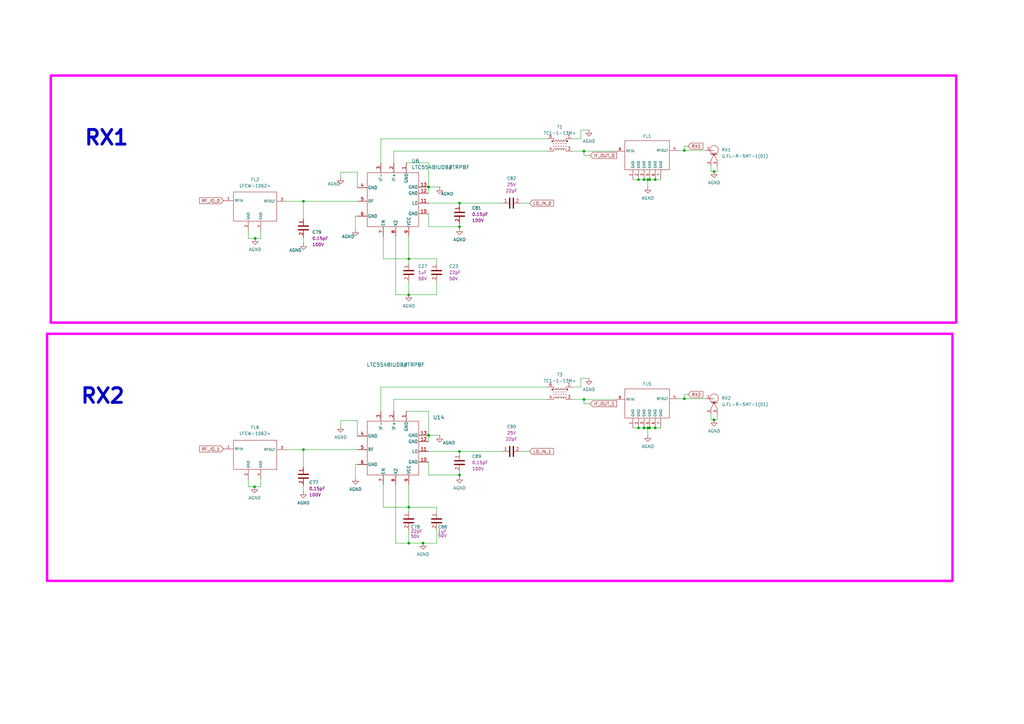
<source format=kicad_sch>
(kicad_sch (version 20250114) (generator "eeschema") (generator_version "9.0")
  (paper "A3")
  (lib_symbols
    (symbol "PABA-DP:02011JR15ZBSTR"
      (property "Reference" "C" (at 5.588 2.54 0))
      (property "C" "0.15pF" (at 0 0 0))
      (property "V" "100V" (at 0 0 0))
      (symbol "02011JR15ZBSTR_0_1"
        (polyline (pts (xy -0.762 -5.588) (xy 3.302 -5.588)) (stroke (width 0.508)))
        (polyline (pts (xy -0.762 -7.112) (xy 3.302 -7.112)) (stroke (width 0.508)))
      )
      (symbol "02011JR15ZBSTR_1_1"
        (pin passive line (at 1.27 -2.54 270) (length 2.794) (name "~") (number "1"))
        (pin passive line (at 1.27 -10.16 90) (length 2.794) (name "~") (number "2"))
      )
    )
    (symbol "PABA-DP:06035C220JAT2A"
      (property "Reference" "C" (at 0 0 0))
      (property "C" "22pF" (at 0 0 0))
      (property "V" "50V" (at 0 0 0))
      (symbol "06035C220JAT2A_0_1"
        (polyline (pts (xy -0.762 -5.588) (xy 3.302 -5.588)) (stroke (width 0.508)))
        (polyline (pts (xy -0.762 -7.112) (xy 3.302 -7.112)) (stroke (width 0.508)))
      )
      (symbol "06035C220JAT2A_1_1"
        (pin passive line (at 1.27 -2.54 270) (length 2.794) (name "~") (number "1"))
        (pin passive line (at 1.27 -10.16 90) (length 2.794) (name "~") (number "2"))
      )
    )
    (symbol "PABA-DP:CL10A105KB8NNNC"
      (property "Reference" "C" (at 0 0 0))
      (property "C" "1uF" (at 0 0 0))
      (property "V" "50V" (at 0 0 0))
      (symbol "CL10A105KB8NNNC_0_1"
        (polyline (pts (xy -0.762 -5.588) (xy 3.302 -5.588)) (stroke (width 0.508)))
        (polyline (pts (xy -0.762 -7.112) (xy 3.302 -7.112)) (stroke (width 0.508)))
      )
      (symbol "CL10A105KB8NNNC_1_1"
        (pin passive line (at 1.27 -2.54 270) (length 2.794) (name "~") (number "1"))
        (pin passive line (at 1.27 -10.16 90) (length 2.794) (name "~") (number "2"))
      )
    )
    (symbol "PABA-DP:GND" (power) (pin_numbers (hide yes)) (pin_names (offset 0) (hide yes))
      (property "Value" "GND" (at 0 -3.81 0))
      (symbol "GND_0_1"
        (polyline (pts (xy 0 0) (xy 0 -1.27) (xy 1.27 -1.27) (xy 0 -2.54) (xy -1.27 -1.27) (xy 0 -1.27)))
      )
      (symbol "GND_1_1"
        (pin power_in line (at 0 0 270) (length 0) (name "~") (number "1"))
      )
    )
    (symbol "PABA-DP:GRM0335C1E220JA01D"
      (property "Reference" "C" (at 0 0 0))
      (property "V" "25V" (at 0 0 0))
      (property "C" "22pF" (at 0 0 0))
      (symbol "GRM0335C1E220JA01D_0_1"
        (polyline (pts (xy -0.762 -5.588) (xy 3.302 -5.588)) (stroke (width 0.508)))
        (polyline (pts (xy -0.762 -7.112) (xy 3.302 -7.112)) (stroke (width 0.508)))
      )
      (symbol "GRM0335C1E220JA01D_1_1"
        (pin passive line (at 1.27 -2.54 270) (length 2.794) (name "~") (number "1"))
        (pin passive line (at 1.27 -10.16 90) (length 2.794) (name "~") (number "2"))
      )
    )
    (symbol "PABA-DP:LFCG-2500+"
      (property "Reference" "FL" (at 0.254 2.286 0))
      (symbol "LFCG-2500+_0_1"
        (rectangle (start -9.144 -2.032) (end 9.144 -13.97))
      )
      (symbol "LFCG-2500+_1_1"
        (pin input line (at -13.208 -6.35 0) (length 4) (name "RFIN") (number "8"))
        (pin input line (at -5.842 -18.034 90) (length 4) (name "GND") (number "1"))
        (pin input line (at -3.556 -18.034 90) (length 4) (name "GND") (number "2"))
        (pin input line (at -1.27 -18.034 90) (length 4) (name "GND") (number "3"))
        (pin input line (at 1.016 -18.034 90) (length 4) (name "GND") (number "5"))
        (pin input line (at 3.302 -18.034 90) (length 4) (name "GND") (number "6"))
        (pin input line (at 5.588 -18.034 90) (length 4) (name "GND") (number "7"))
        (pin input line (at 13.208 -6.096 180) (length 4) (name "RFOUT") (number "4"))
      )
    )
    (symbol "PABA-DP:LFCW-1062+"
      (property "Reference" "FL" (at 0 0 0))
      (property "Value" "LFCW-1062+" (at 0 0 0))
      (symbol "LFCW-1062+_0_1"
        (rectangle (start -7.112 -3.81) (end 10.668 -15.748))
      )
      (symbol "LFCW-1062+_1_1"
        (pin input line (at -11.176 -7.366 0) (length 4) (name "RFIN") (number "1"))
        (pin input line (at -1.016 -19.812 90) (length 4) (name "GND") (number "2"))
        (pin input line (at 4.064 -19.812 90) (length 4) (name "GND") (number "4"))
        (pin input line (at 14.732 -7.62 180) (length 4) (name "RFOUT") (number "3"))
      )
    )
    (symbol "PABA-DP:LTC5548IUDB#TRPBF" (pin_names (offset 0.254))
      (property "Reference" "U" (at 18.288 30.734 0))
      (property "Value" "LTC5548IUDB#TRPBF" (at 18.288 28.194 0))
      (symbol "LTC5548IUDB#TRPBF_0_1"
        (rectangle (start 6.604 5.08) (end 27.686 -17.018))
        (pin power_out line (at 2.54 -1.016 0) (length 4) (name "GND") (number "4"))
        (pin unspecified line (at 2.54 -6.604 0) (length 4) (name "RF") (number "5"))
        (pin power_out line (at 2.54 -12.7 0) (length 4) (name "GND") (number "6"))
        (pin unspecified line (at 13.208 -21.082 90) (length 4) (name "EN") (number "7"))
        (pin unspecified line (at 17.526 9.144 270) (length 4) (name "IF+") (number "2"))
        (pin unspecified line (at 18.288 -21.082 90) (length 4) (name "X2") (number "8"))
        (pin power_out line (at 22.606 9.144 270) (length 4) (name "GND") (number "1"))
        (pin power_in line (at 23.622 -21.082 90) (length 4) (name "VCC") (number "9"))
        (pin power_out line (at 31.75 -3.302 180) (length 4) (name "GND") (number "12"))
        (pin unspecified line (at 31.75 -7.366 180) (length 4) (name "LO") (number "11"))
        (pin power_out line (at 31.75 -11.684 180) (length 4) (name "GND") (number "10"))
      )
      (symbol "LTC5548IUDB#TRPBF_1_1"
        (pin unspecified line (at 12.192 9.144 270) (length 4) (name "IF-") (number "3"))
        (pin power_out line (at 31.75 -0.762 180) (length 4) (name "GND") (number "13"))
      )
    )
    (symbol "PABA-DP:TC1-1-13M+"
      (property "Reference" "T" (at 0 0 0))
      (property "Value" "TC1-1-13M+" (at 0 0 0))
      (symbol "TC1-1-13M+_1_1"
        (circle (center -2.794 -3.556) (radius 0.254) (fill (type outline)))
        (polyline (pts (xy -2.54 -4.572) (xy -2.032 -4.572)))
        (polyline (pts (xy -2.54 -5.588) (xy -2.032 -5.588)))
        (polyline (pts (xy -2.286 -3.048) (xy -2.286 -2.54)))
        (polyline (pts (xy -2.286 -7.112) (xy -2.286 -7.62)))
        (arc (start -1.27 -3.048) (mid -1.778 -3.5538) (end -2.286 -3.048))
        (arc (start -2.286 -7.112) (mid -1.778 -6.6062) (end -1.27 -7.112))
        (polyline (pts (xy -1.524 -4.572) (xy -1.016 -4.572)))
        (polyline (pts (xy -1.524 -5.588) (xy -1.016 -5.588)))
        (arc (start -0.254 -3.048) (mid -0.762 -3.5538) (end -1.27 -3.048))
        (arc (start -1.27 -7.112) (mid -0.762 -6.6062) (end -0.254 -7.112))
        (polyline (pts (xy -0.508 -4.572) (xy 0 -4.572)))
        (polyline (pts (xy -0.508 -5.588) (xy 0 -5.588)))
        (arc (start 0.762 -3.048) (mid 0.254 -3.5538) (end -0.254 -3.048))
        (arc (start -0.254 -7.112) (mid 0.254 -6.6062) (end 0.762 -7.112))
        (polyline (pts (xy 0.508 -4.572) (xy 1.016 -4.572)))
        (polyline (pts (xy 0.508 -5.588) (xy 1.016 -5.588)))
        (arc (start 1.778 -3.048) (mid 1.27 -3.5538) (end 0.762 -3.048))
        (arc (start 0.762 -7.112) (mid 1.27 -6.6062) (end 1.778 -7.112))
        (polyline (pts (xy 1.524 -4.572) (xy 2.032 -4.572)))
        (polyline (pts (xy 1.524 -5.588) (xy 2.032 -5.588)))
        (arc (start 2.794 -3.048) (mid 2.286 -3.5538) (end 1.778 -3.048))
        (arc (start 1.778 -7.112) (mid 2.286 -6.6062) (end 2.794 -7.112))
        (polyline (pts (xy 2.54 -4.572) (xy 3.048 -4.572)))
        (polyline (pts (xy 2.54 -5.588) (xy 3.048 -5.588)))
        (polyline (pts (xy 2.794 -2.54) (xy 2.794 -3.048)))
        (polyline (pts (xy 2.794 -7.112) (xy 2.794 -7.62)))
        (circle (center 3.302 -3.556) (radius 0.254) (fill (type outline)))
        (pin passive line (at -4.826 -2.54 0) (length 2.54) (name "~") (number "6"))
        (pin passive line (at -4.826 -7.62 0) (length 2.54) (name "~") (number "4"))
        (pin no_connect line (at 3.556 -11.43 0) (length 2.54) (hide yes) (name "") (number "2"))
        (pin passive line (at 5.334 -2.54 180) (length 2.54) (name "~") (number "1"))
        (pin passive line (at 5.334 -7.62 180) (length 2.54) (name "~") (number "3"))
      )
    )
    (symbol "PABA-DP:U.FL-R-SMT-1(01)"
      (property "Reference" "RX" (at 0 0 0))
      (property "Value" "U.FL-R-SMT-1(01)" (at 0 0 0))
      (symbol "U.FL-R-SMT-1(01)_0_1"
        (polyline (pts (xy -1.524 -6.096) (xy 1.524 -6.096)))
        (polyline (pts (xy -1.27 -4.572) (xy 0.008 -4.572)))
        (polyline (pts (xy -1.262 -8.636) (xy -1.262 -8.636)))
        (polyline (pts (xy -1.262 -8.636) (xy 0.008 -6.096)))
        (circle (center 0.008 -4.318) (radius 1.77))
        (circle (center 0.008 -6.096) (radius 0.508))
        (polyline (pts (xy 1.278 -8.636) (xy 0.008 -6.096)))
      )
      (symbol "U.FL-R-SMT-1(01)_1_1"
        (pin input line (at -3.556 -4.572 0) (length 2.5) (name "") (number "1"))
        (pin input line (at -1.262 -10.668 90) (length 2) (name "") (number "2"))
        (pin input line (at 1.278 -10.668 90) (length 2) (name "") (number "3"))
      )
    )
  )
  (rectangle (start 20.828 30.988) (end 392.176 132.334) (stroke (width 1) (color 255 0 255 1)))
  (rectangle (start 19.304 136.906) (end 390.652 238.252) (stroke (width 1) (color 255 0 255 1)))
  (text "RX2" (at 42.164 162.56 0) (effects (font (size 6 6) (thickness 1.2) (bold yes))))
  (text "RX1\n" (at 43.688 56.642 0) (effects (font (size 6 6) (thickness 1.2) (bold yes))))
  (junction (at 264.16 175.514))
  (junction (at 104.394 199.644))
  (junction (at 266.446 73.66))
  (junction (at 188.468 185.166))
  (junction (at 266.446 175.514))
  (junction (at 292.862 70.358))
  (junction (at 167.64 222.758))
  (junction (at 188.468 92.964))
  (junction (at 175.768 178.562))
  (junction (at 261.874 73.66))
  (junction (at 261.874 175.514))
  (junction (at 188.468 83.312))
  (junction (at 175.768 76.708))
  (junction (at 280.67 61.722))
  (junction (at 124.46 82.55))
  (junction (at 167.64 120.904))
  (junction (at 239.522 61.976))
  (junction (at 280.67 163.576))
  (junction (at 104.648 97.79))
  (junction (at 265.684 175.514))
  (junction (at 175.768 178.5504))
  (junction (at 167.64 106.172))
  (junction (at 167.64 208.026))
  (junction (at 265.684 73.66))
  (junction (at 268.732 175.514))
  (junction (at 188.468 194.818))
  (junction (at 239.522 163.83))
  (junction (at 264.16 73.66))
  (junction (at 268.732 73.66))
  (junction (at 292.862 172.212))
  (junction (at 173.482 222.758))
  (junction (at 175.768 76.6964))
  (junction (at 124.46 184.404))
  (wire (pts (xy 180.34 76.6964) (xy 180.34 76.962)))
  (wire (pts (xy 175.768 76.6964) (xy 180.34 76.6964)))
  (wire (pts (xy 173.482 222.758) (xy 179.07 222.758)))
  (wire (pts (xy 124.46 184.404) (xy 146.558 184.404)))
  (wire (pts (xy 238.252 155.194) (xy 241.554 155.194)))
  (wire (pts (xy 238.252 158.75) (xy 238.252 155.194)))
  (wire (pts (xy 280.67 163.576) (xy 278.638 163.576)))
  (wire (pts (xy 167.64 115.57) (xy 167.64 120.904)))
  (wire (pts (xy 145.796 94.234) (xy 145.796 88.646)))
  (wire (pts (xy 280.67 161.798) (xy 280.67 163.576)))
  (wire (pts (xy 291.6 67.818) (xy 291.6 70.358)))
  (wire (pts (xy 167.64 222.758) (xy 173.482 222.758)))
  (wire (pts (xy 239.522 163.83) (xy 252.222 163.83)))
  (wire (pts (xy 167.64 217.424) (xy 167.64 222.758)))
  (wire (pts (xy 167.64 106.172) (xy 179.07 106.172)))
  (wire (pts (xy 239.522 61.976) (xy 252.222 61.976)))
  (wire (pts (xy 166.624 66.802) (xy 175.768 66.802)))
  (wire (pts (xy 294.14 172.212) (xy 292.862 172.212)))
  (wire (pts (xy 146.558 70.612) (xy 146.558 76.962)))
  (wire (pts (xy 188.468 185.166) (xy 205.994 185.166)))
  (wire (pts (xy 268.732 175.514) (xy 271.018 175.514)))
  (wire (pts (xy 265.684 175.514) (xy 266.446 175.514)))
  (wire (pts (xy 188.468 83.312) (xy 188.468 84.074)))
  (wire (pts (xy 161.544 163.83) (xy 224.536 163.83)))
  (wire (pts (xy 124.46 184.404) (xy 124.46 191.516)))
  (wire (pts (xy 101.854 199.644) (xy 104.394 199.644)))
  (wire (pts (xy 234.696 163.83) (xy 239.522 163.83)))
  (wire (pts (xy 259.588 175.514) (xy 261.874 175.514)))
  (wire (pts (xy 294.14 67.818) (xy 294.14 70.358)))
  (wire (pts (xy 175.768 178.5504) (xy 180.34 178.5504)))
  (wire (pts (xy 242.062 165.608) (xy 239.522 165.608)))
  (wire (pts (xy 156.21 56.896) (xy 224.536 56.896)))
  (wire (pts (xy 101.854 94.742) (xy 101.854 97.79)))
  (wire (pts (xy 188.468 185.166) (xy 188.468 185.928)))
  (wire (pts (xy 266.446 73.66) (xy 268.732 73.66)))
  (wire (pts (xy 291.6 172.212) (xy 292.862 172.212)))
  (wire (pts (xy 217.17 83.312) (xy 213.614 83.312)))
  (wire (pts (xy 289.306 61.722) (xy 280.67 61.722)))
  (wire (pts (xy 146.558 172.466) (xy 139.7 172.466)))
  (wire (pts (xy 239.522 63.754) (xy 239.522 61.976)))
  (wire (pts (xy 175.768 194.818) (xy 188.468 194.818)))
  (wire (pts (xy 261.874 73.66) (xy 264.16 73.66)))
  (wire (pts (xy 156.21 66.802) (xy 156.21 56.896)))
  (wire (pts (xy 167.64 120.904) (xy 179.07 120.904)))
  (wire (pts (xy 162.306 97.028) (xy 162.306 120.904)))
  (wire (pts (xy 188.468 92.964) (xy 188.468 93.726)))
  (wire (pts (xy 175.768 178.562) (xy 175.768 181.102)))
  (wire (pts (xy 188.468 83.312) (xy 205.994 83.312)))
  (wire (pts (xy 139.7 70.612) (xy 139.7 72.898)))
  (wire (pts (xy 234.696 56.896) (xy 238.252 56.896)))
  (wire (pts (xy 157.226 208.026) (xy 167.64 208.026)))
  (wire (pts (xy 291.6 169.672) (xy 291.6 172.212)))
  (wire (pts (xy 266.446 175.514) (xy 268.732 175.514)))
  (wire (pts (xy 167.64 208.026) (xy 167.64 209.804)))
  (wire (pts (xy 167.64 106.172) (xy 167.64 107.95)))
  (wire (pts (xy 179.07 106.172) (xy 179.07 107.95)))
  (wire (pts (xy 139.7 172.466) (xy 139.7 174.752)))
  (wire (pts (xy 175.768 185.166) (xy 188.468 185.166)))
  (wire (pts (xy 264.16 73.66) (xy 265.684 73.66)))
  (wire (pts (xy 124.46 82.55) (xy 124.46 89.662)))
  (wire (pts (xy 106.934 97.79) (xy 106.934 94.742)))
  (wire (pts (xy 282.194 161.798) (xy 280.67 161.798)))
  (wire (pts (xy 175.768 66.802) (xy 175.768 76.6964)))
  (wire (pts (xy 242.062 63.754) (xy 239.522 63.754)))
  (wire (pts (xy 175.768 168.656) (xy 175.768 178.5504)))
  (wire (pts (xy 292.862 70.358) (xy 294.14 70.358)))
  (wire (pts (xy 180.34 178.5504) (xy 180.34 178.816)))
  (wire (pts (xy 106.934 199.644) (xy 106.934 196.596)))
  (wire (pts (xy 117.602 184.404) (xy 124.46 184.404)))
  (wire (pts (xy 268.732 73.66) (xy 271.018 73.66)))
  (wire (pts (xy 157.226 97.028) (xy 157.226 106.172)))
  (wire (pts (xy 280.67 61.722) (xy 278.638 61.722)))
  (wire (pts (xy 162.306 120.904) (xy 167.64 120.904)))
  (wire (pts (xy 175.768 178.5504) (xy 175.768 178.562)))
  (wire (pts (xy 145.796 190.5) (xy 146.558 190.5)))
  (wire (pts (xy 188.468 193.548) (xy 188.468 194.818)))
  (wire (pts (xy 217.17 185.166) (xy 213.614 185.166)))
  (wire (pts (xy 265.684 76.708) (xy 265.684 73.66)))
  (wire (pts (xy 179.07 115.57) (xy 179.07 120.904)))
  (wire (pts (xy 157.226 106.172) (xy 167.64 106.172)))
  (wire (pts (xy 265.684 178.562) (xy 265.684 175.514)))
  (wire (pts (xy 238.252 56.896) (xy 238.252 53.34)))
  (wire (pts (xy 188.468 194.818) (xy 188.468 195.58)))
  (wire (pts (xy 167.64 97.028) (xy 167.64 106.172)))
  (wire (pts (xy 238.252 53.34) (xy 241.554 53.34)))
  (wire (pts (xy 104.394 199.644) (xy 106.934 199.644)))
  (wire (pts (xy 146.558 172.466) (xy 146.558 178.816)))
  (wire (pts (xy 188.468 91.694) (xy 188.468 92.964)))
  (wire (pts (xy 167.64 198.882) (xy 167.64 208.026)))
  (wire (pts (xy 179.07 208.026) (xy 179.07 209.804)))
  (wire (pts (xy 175.768 92.964) (xy 188.468 92.964)))
  (wire (pts (xy 104.648 97.79) (xy 106.934 97.79)))
  (wire (pts (xy 161.544 61.976) (xy 224.536 61.976)))
  (wire (pts (xy 265.684 73.66) (xy 266.446 73.66)))
  (wire (pts (xy 175.768 189.484) (xy 175.768 194.818)))
  (wire (pts (xy 179.07 217.424) (xy 179.07 222.758)))
  (wire (pts (xy 124.46 199.136) (xy 124.46 201.676)))
  (wire (pts (xy 101.854 196.596) (xy 101.854 199.644)))
  (wire (pts (xy 239.522 165.608) (xy 239.522 163.83)))
  (wire (pts (xy 156.21 158.75) (xy 224.536 158.75)))
  (wire (pts (xy 162.306 222.758) (xy 167.64 222.758)))
  (wire (pts (xy 175.768 87.63) (xy 175.768 92.964)))
  (wire (pts (xy 259.588 73.66) (xy 261.874 73.66)))
  (wire (pts (xy 117.602 82.55) (xy 124.46 82.55)))
  (wire (pts (xy 294.14 169.672) (xy 294.14 172.212)))
  (wire (pts (xy 175.768 83.312) (xy 188.468 83.312)))
  (wire (pts (xy 282.194 59.944) (xy 280.67 59.944)))
  (wire (pts (xy 175.768 76.708) (xy 175.768 79.248)))
  (wire (pts (xy 145.796 196.088) (xy 145.796 190.5)))
  (wire (pts (xy 234.696 61.976) (xy 239.522 61.976)))
  (wire (pts (xy 124.46 97.282) (xy 124.46 99.822)))
  (wire (pts (xy 161.544 66.802) (xy 161.544 61.976)))
  (wire (pts (xy 264.16 175.514) (xy 265.684 175.514)))
  (wire (pts (xy 167.64 208.026) (xy 179.07 208.026)))
  (wire (pts (xy 156.21 168.656) (xy 156.21 158.75)))
  (wire (pts (xy 124.46 82.55) (xy 146.558 82.55)))
  (wire (pts (xy 261.874 175.514) (xy 264.16 175.514)))
  (wire (pts (xy 166.624 168.656) (xy 175.768 168.656)))
  (wire (pts (xy 289.306 163.576) (xy 280.67 163.576)))
  (wire (pts (xy 101.854 97.79) (xy 104.648 97.79)))
  (wire (pts (xy 162.306 198.882) (xy 162.306 222.758)))
  (wire (pts (xy 146.558 70.612) (xy 139.7 70.612)))
  (wire (pts (xy 291.6 70.358) (xy 292.862 70.358)))
  (wire (pts (xy 175.768 76.6964) (xy 175.768 76.708)))
  (wire (pts (xy 157.226 198.882) (xy 157.226 208.026)))
  (wire (pts (xy 280.67 59.944) (xy 280.67 61.722)))
  (wire (pts (xy 145.796 88.646) (xy 146.558 88.646)))
  (wire (pts (xy 234.696 158.75) (xy 238.252 158.75)))
  (wire (pts (xy 161.544 168.656) (xy 161.544 163.83)))
  (global_label "RF_IO_0" (shape input) (at 91.694 82.296 180) (property "Intersheetrefs" "${INTERSHEET_REFS}" (effects (hide yes))))
  (global_label "IF_OUT_0" (shape input) (at 242.062 63.754 0) (property "Intersheetrefs" "${INTERSHEET_REFS}" (effects (hide yes))))
  (global_label "LO_IN_0" (shape input) (at 217.17 83.312 0) (property "Intersheetrefs" "${INTERSHEET_REFS}" (effects (hide yes))))
  (global_label "RF_IO_1" (shape input) (at 91.694 184.15 180) (property "Intersheetrefs" "${INTERSHEET_REFS}" (effects (hide yes))))
  (global_label "RX1" (shape input) (at 282.194 59.944 0) (property "Intersheetrefs" "${INTERSHEET_REFS}" (effects (hide yes))))
  (global_label "LO_IN_1" (shape input) (at 217.17 185.166 0) (property "Intersheetrefs" "${INTERSHEET_REFS}" (effects (hide yes))))
  (global_label "RX2" (shape input) (at 282.194 161.798 0) (property "Intersheetrefs" "${INTERSHEET_REFS}" (effects (hide yes))))
  (global_label "IF_OUT_1" (shape input) (at 242.062 165.608 0) (property "Intersheetrefs" "${INTERSHEET_REFS}" (effects (hide yes))))
  (symbol (lib_id "PABA-DP:06035C220JAT2A") (at 166.37 207.264 0) (unit 1)
    (property "Reference" "C78" (at 168.402 216.154 0) (effects (justify left)))
    (property "Value" "06035C220JAT2A" (effects (hide yes)))
    (property "Footprint" "Capacitor_SMD:C_0603_1608Metric" (effects (hide yes)))
    (property "Datasheet" "https://datasheets.kyocera-avx.com/X7RDielectric.pdf" (effects (hide yes)))
    (property "Description" "22 pF ±5% 50V Ceramic Capacitor X7R 0603 (1608 Metric)" (effects (hide yes)))
    (property "C" "22pF" (at 168.402 217.932 0) (effects (justify left)))
    (property "V" "50V" (at 168.402 219.964 0) (effects (justify left)))
    (property "Acc" "5%" (effects (hide yes)))
  )
  (symbol (lib_id "PABA-DP:GND") (at 265.684 76.708 0) (unit 1)
    (property "Reference" "#PWR0121" (effects (hide yes)))
    (property "Value" "AGND" (at 265.684 81.28 0))
    (property "Description" "Power symbol creates a global label with name \"GND\" , ground" (effects (hide yes)))
  )
  (symbol (lib_id "PABA-DP:GND") (at 139.7 72.898 0) (unit 1)
    (property "Reference" "#PWR0126" (effects (hide yes)))
    (property "Value" "AGND" (at 136.906 75.438 0))
    (property "Description" "Power symbol creates a global label with name \"GND\" , ground" (effects (hide yes)))
  )
  (symbol (lib_id "PABA-DP:GND") (at 124.46 99.822 0) (unit 1)
    (property "Reference" "#PWR0128" (effects (hide yes)))
    (property "Value" "AGND" (at 121.158 102.616 0))
    (property "Description" "Power symbol creates a global label with name \"GND\" , ground" (effects (hide yes)))
  )
  (symbol (lib_id "PABA-DP:06035C220JAT2A") (at 177.8 105.41 0) (unit 1)
    (property "Reference" "C23" (at 184.15 109.2199 0) (effects (justify left)))
    (property "Value" "06035C220JAT2A" (effects (hide yes)))
    (property "Footprint" "Capacitor_SMD:C_0603_1608Metric" (effects (hide yes)))
    (property "Datasheet" "https://datasheets.kyocera-avx.com/X7RDielectric.pdf" (effects (hide yes)))
    (property "Description" "22 pF ±5% 50V Ceramic Capacitor X7R 0603 (1608 Metric)" (effects (hide yes)))
    (property "C" "22pF" (at 184.15 111.7599 0) (effects (justify left)))
    (property "V" "50V" (at 184.15 114.2999 0) (effects (justify left)))
    (property "Acc" "5%" (effects (hide yes)))
  )
  (symbol (lib_id "PABA-DP:CL10A105KB8NNNC") (at 166.37 105.41 0) (unit 1)
    (property "Reference" "C27" (at 171.45 109.2199 0) (effects (justify left)))
    (property "Value" "CL10A105KB8NNNC" (effects (hide yes)))
    (property "Footprint" "Capacitor_SMD:C_0603_1608Metric" (effects (hide yes)))
    (property "Datasheet" "https://mm.digikey.com/Volume0/opasdata/d220001/medias/docus/658/CL10A105KB8NNNC_Spec.pdf" (effects (hide yes)))
    (property "Description" "1 µF ±10% 50V Ceramic Capacitor X5R 0603 (1608 Metric)" (effects (hide yes)))
    (property "Acc" "10%" (effects (hide yes)))
    (property "C" "1uF" (at 171.45 111.7599 0) (effects (justify left)))
    (property "V" "50V" (at 171.45 114.2999 0) (effects (justify left)))
  )
  (symbol (lib_id "PABA-DP:GND") (at 188.468 195.58 0) (unit 1)
    (property "Reference" "#PWR0115" (effects (hide yes)))
    (property "Value" "AGND" (at 188.468 200.152 0))
    (property "Description" "Power symbol creates a global label with name \"GND\" , ground" (effects (hide yes)))
  )
  (symbol (lib_id "PABA-DP:GND") (at 104.394 199.644 0) (unit 1)
    (property "Reference" "#PWR0110" (effects (hide yes)))
    (property "Value" "AGND" (at 104.394 204.216 0))
    (property "Description" "Power symbol creates a global label with name \"GND\" , ground" (effects (hide yes)))
  )
  (symbol (lib_id "PABA-DP:GND") (at 167.64 120.904 0) (unit 1)
    (property "Reference" "#PWR0123" (effects (hide yes)))
    (property "Value" "AGND" (at 167.64 125.476 0))
    (property "Description" "Power symbol creates a global label with name \"GND\" , ground" (effects (hide yes)))
  )
  (symbol (lib_id "PABA-DP:GND") (at 188.468 93.726 0) (unit 1)
    (property "Reference" "#PWR0124" (effects (hide yes)))
    (property "Value" "AGND" (at 188.468 98.298 0))
    (property "Description" "Power symbol creates a global label with name \"GND\" , ground" (effects (hide yes)))
  )
  (symbol (lib_id "PABA-DP:U.FL-R-SMT-1(01)") (at 292.862 57.15 0) (unit 1)
    (property "Reference" "RX1" (at 295.91 61.4879 0) (effects (justify left)))
    (property "Value" "U.FL-R-SMT-1(01)" (at 295.91 64.0279 0) (effects (justify left)))
    (property "Footprint" "Custom:COAX2_U.FL-R-SMT-101_HIR" (effects (hide yes)))
    (property "Datasheet" "https://www.hirose.com/product/download/?distributor=digikey&type=specSheet&lang=en&num=U.FL-R-SMT-1(01)" (effects (hide yes)))
    (property "Description" "CONN U.FL RCPT STR 50 OHM SMD" (effects (hide yes)))
  )
  (symbol (lib_id "PABA-DP:GND") (at 124.46 201.676 0) (unit 1)
    (property "Reference" "#PWR0111" (effects (hide yes)))
    (property "Value" "AGND" (at 124.46 206.248 0))
    (property "Description" "Power symbol creates a global label with name \"GND\" , ground" (effects (hide yes)))
  )
  (symbol (lib_id "PABA-DP:LFCW-1062+") (at 102.87 176.784 0) (unit 1)
    (property "Reference" "FL6" (at 104.648 175.26 0))
    (property "Value" "LFCW-1062+" (at 104.648 177.8 0))
    (property "Footprint" "Custom: LFCW-1062+" (effects (hide yes)))
    (property "Datasheet" "https://www.minicircuits.com/pdfs/LFCW-1062+.pdf" (effects (hide yes)))
    (property "Description" "10.8GHz Low Pass Ceramic Filter 50Ohm 0603 (1608 Metric), 4 PC Pad" (effects (hide yes)))
  )
  (symbol (lib_id "PABA-DP:LFCG-2500+") (at 265.43 55.626 0) (unit 1)
    (property "Reference" "FL1" (at 265.43 55.88 0))
    (property "Value" "LFCG-2500+" (effects (hide yes)))
    (property "Footprint" "Custom:LFCG2500" (effects (hide yes)))
    (property "Datasheet" "https://www.minicircuits.com/pdfs/LFCG-2500+.pdf" (effects (hide yes)))
    (property "Description" "2.87GHz Low Pass Ceramic Filter 50Ohm 0805 (2012 Metric), 8 PC Pad" (effects (hide yes)))
  )
  (symbol (lib_id "PABA-DP:LTC5548IUDB#TRPBF") (at 144.018 75.946 0) (unit 1)
    (property "Reference" "U6" (at 168.7673 66.04 0) (effects (font (size 1.524 1.524)) (justify left)))
    (property "Value" "LTC5548IUDB#TRPBF" (at 168.7673 68.58 0) (effects (font (size 1.524 1.524)) (justify left)))
    (property "Footprint" "Custom:LTC5548IUDB#TRPBF" (effects (hide yes)))
    (property "Datasheet" "https://www.analog.com/media/en/technical-documentation/data-sheets/5548f.pdf" (effects (hide yes)))
    (property "Description" "RF Mixer IC Radar 2GHz ~ 14GHz 12-QFN (3x2)" (effects (hide yes)))
  )
  (symbol (lib_id "PABA-DP:GND") (at 241.554 53.34 0) (unit 1)
    (property "Reference" "#PWR0122" (effects (hide yes)))
    (property "Value" "AGND" (at 241.554 57.912 0))
    (property "Description" "Power symbol creates a global label with name \"GND\" , ground" (effects (hide yes)))
  )
  (symbol (lib_id "PABA-DP:GND") (at 180.34 76.962 0) (unit 1)
    (property "Reference" "#PWR0125" (effects (hide yes)))
    (property "Value" "AGND" (at 183.388 79.502 0))
    (property "Description" "Power symbol creates a global label with name \"GND\" , ground" (effects (hide yes)))
  )
  (symbol (lib_id "PABA-DP:GRM0335C1E220JA01D") (at 203.454 84.582 90) (unit 1)
    (property "Reference" "C82" (at 209.804 73.152 90))
    (property "Value" "GRM0335C1E220JA01D" (effects (hide yes)))
    (property "Footprint" "Capacitor_SMD:C_0201_0603Metric" (effects (hide yes)))
    (property "Datasheet" "https://search.murata.co.jp/Ceramy/image/img/A01X/G101/ENG/GRM0335C1E220JA01-01.pdf" (effects (hide yes)))
    (property "Description" "22 pF ±5% 25V Ceramic Capacitor C0G, NP0 0201 (0603 Metric)" (effects (hide yes)))
    (property "V" "25V" (at 209.804 75.692 90))
    (property "C" "22pF" (at 209.804 78.232 90))
    (property "Acc" "5%" (effects (hide yes)))
  )
  (symbol (lib_id "PABA-DP:GND") (at 292.862 70.358 0) (unit 1)
    (property "Reference" "#PWR0120" (effects (hide yes)))
    (property "Value" "AGND" (at 292.862 74.93 0))
    (property "Description" "Power symbol creates a global label with name \"GND\" , ground" (effects (hide yes)))
  )
  (symbol (lib_id "PABA-DP:LTC5548IUDB#TRPBF") (at 144.018 177.8 0) (unit 1)
    (property "Reference" "U14" (at 177.546 171.196 0) (effects (font (size 1.524 1.524)) (justify left)))
    (property "Value" "LTC5548IUDB#TRPBF" (at 162.306 149.606 0) (effects (font (size 1.524 1.524))))
    (property "Footprint" "Custom:LTC5548IUDB#TRPBF" (effects (hide yes)))
    (property "Datasheet" "https://www.analog.com/media/en/technical-documentation/data-sheets/5548f.pdf" (effects (hide yes)))
    (property "Description" "RF Mixer IC Radar 2GHz ~ 14GHz 12-QFN (3x2)" (effects (hide yes)))
  )
  (symbol (lib_id "PABA-DP:TC1-1-13M+") (at 229.362 54.356 0) (unit 1)
    (property "Reference" "T1" (at 229.616 52.07 0))
    (property "Value" "TC1-1-13M+" (at 229.616 54.61 0))
    (property "Footprint" "Custom:TC1-1-13M+" (effects (hide yes)))
    (property "Datasheet" "https://www.minicircuits.com/pdfs/TC1-1-13M+.pdf" (effects (hide yes)))
    (property "Description" "RF Balun 4.5MHz ~ 3GHz 50 / 50Ohm 6-SMD (5 Leads), Flat Lead" (effects (hide yes)))
  )
  (symbol (lib_id "PABA-DP:02011JR15ZBSTR") (at 187.198 183.388 0) (unit 1)
    (property "Reference" "C89" (at 193.548 187.1979 0) (effects (justify left)))
    (property "Value" "02011JR15ZBSTR" (effects (hide yes)))
    (property "Footprint" "Capacitor_SMD:C_0201_0603Metric" (effects (hide yes)))
    (property "Datasheet" "https://datasheets.kyocera-avx.com/Accu-P.pdf" (effects (hide yes)))
    (property "Description" "0.15 pF Thin Film Capacitor 100 V 0201 (0603 Metric)" (effects (hide yes)))
    (property "C" "0.15pF" (at 193.548 189.7379 0) (effects (justify left)))
    (property "V" "100V" (at 193.548 192.2779 0) (effects (justify left)))
    (property "Acc" "5%" (effects (hide yes)))
  )
  (symbol (lib_id "PABA-DP:GND") (at 145.796 196.088 0) (unit 1)
    (property "Reference" "#PWR0112" (effects (hide yes)))
    (property "Value" "AGND" (at 145.796 200.66 0))
    (property "Description" "Power symbol creates a global label with name \"GND\" , ground" (effects (hide yes)))
  )
  (symbol (lib_id "PABA-DP:GND") (at 139.7 174.752 0) (unit 1)
    (property "Reference" "#PWR0113" (effects (hide yes)))
    (property "Value" "AGND" (at 139.7 179.324 0))
    (property "Description" "Power symbol creates a global label with name \"GND\" , ground" (effects (hide yes)))
  )
  (symbol (lib_id "PABA-DP:CL10A105KB8NNNC") (at 177.8 207.264 0) (unit 1)
    (property "Reference" "C88" (at 179.578 216.154 0) (effects (justify left)))
    (property "Value" "CL10A105KB8NNNC" (effects (hide yes)))
    (property "Footprint" "Capacitor_SMD:C_0603_1608Metric" (effects (hide yes)))
    (property "Datasheet" "https://mm.digikey.com/Volume0/opasdata/d220001/medias/docus/658/CL10A105KB8NNNC_Spec.pdf" (effects (hide yes)))
    (property "Description" "1 µF ±10% 50V Ceramic Capacitor X5R 0603 (1608 Metric)" (effects (hide yes)))
    (property "Acc" "10%" (effects (hide yes)))
    (property "C" "1uF" (at 179.578 217.932 0) (effects (justify left)))
    (property "V" "50V" (at 179.578 219.71 0) (effects (justify left)))
  )
  (symbol (lib_id "PABA-DP:GRM0335C1E220JA01D") (at 203.454 186.436 90) (unit 1)
    (property "Reference" "C90" (at 209.804 175.006 90))
    (property "Value" "GRM0335C1E220JA01D" (effects (hide yes)))
    (property "Footprint" "Capacitor_SMD:C_0201_0603Metric" (effects (hide yes)))
    (property "Datasheet" "https://search.murata.co.jp/Ceramy/image/img/A01X/G101/ENG/GRM0335C1E220JA01-01.pdf" (effects (hide yes)))
    (property "Description" "22 pF ±5% 25V Ceramic Capacitor C0G, NP0 0201 (0603 Metric)" (effects (hide yes)))
    (property "V" "25V" (at 209.804 177.546 90))
    (property "C" "22pF" (at 209.804 180.086 90))
    (property "Acc" "5%" (effects (hide yes)))
  )
  (symbol (lib_id "PABA-DP:U.FL-R-SMT-1(01)") (at 292.862 159.004 0) (unit 1)
    (property "Reference" "RX2" (at 295.91 163.3419 0) (effects (justify left)))
    (property "Value" "U.FL-R-SMT-1(01)" (at 295.91 165.8819 0) (effects (justify left)))
    (property "Footprint" "Custom:COAX2_U.FL-R-SMT-101_HIR" (effects (hide yes)))
    (property "Datasheet" "https://www.hirose.com/product/download/?distributor=digikey&type=specSheet&lang=en&num=U.FL-R-SMT-1(01)" (effects (hide yes)))
    (property "Description" "CONN U.FL RCPT STR 50 OHM SMD" (effects (hide yes)))
  )
  (symbol (lib_id "PABA-DP:02011JR15ZBSTR") (at 123.19 87.122 0) (unit 1)
    (property "Reference" "C79" (at 128.016 95.25 0) (effects (justify left)))
    (property "Value" "02011JR15ZBSTR" (effects (hide yes)))
    (property "Footprint" "Capacitor_SMD:C_0201_0603Metric" (effects (hide yes)))
    (property "Datasheet" "https://datasheets.kyocera-avx.com/Accu-P.pdf" (effects (hide yes)))
    (property "Description" "0.15 pF Thin Film Capacitor 100 V 0201 (0603 Metric)" (effects (hide yes)))
    (property "C" "0.15pF" (at 128.016 97.79 0) (effects (justify left)))
    (property "V" "100V" (at 128.016 100.33 0) (effects (justify left)))
    (property "Acc" "5%" (effects (hide yes)))
  )
  (symbol (lib_id "PABA-DP:LFCG-2500+") (at 265.43 157.48 0) (unit 1)
    (property "Reference" "FL5" (at 265.43 157.48 0))
    (property "Value" "LFCG-2500+" (effects (hide yes)))
    (property "Footprint" "Custom:LFCG2500" (effects (hide yes)))
    (property "Datasheet" "https://www.minicircuits.com/pdfs/LFCG-2500+.pdf" (effects (hide yes)))
    (property "Description" "2.87GHz Low Pass Ceramic Filter 50Ohm 0805 (2012 Metric), 8 PC Pad" (effects (hide yes)))
  )
  (symbol (lib_id "PABA-DP:02011JR15ZBSTR") (at 123.19 188.976 0) (unit 1)
    (property "Reference" "C77" (at 126.746 197.866 0) (effects (justify left)))
    (property "Value" "02011JR15ZBSTR" (effects (hide yes)))
    (property "Footprint" "Capacitor_SMD:C_0201_0603Metric" (effects (hide yes)))
    (property "Datasheet" "https://datasheets.kyocera-avx.com/Accu-P.pdf" (effects (hide yes)))
    (property "Description" "0.15 pF Thin Film Capacitor 100 V 0201 (0603 Metric)" (effects (hide yes)))
    (property "C" "0.15pF" (at 126.746 200.406 0) (effects (justify left)))
    (property "V" "100V" (at 126.746 202.946 0) (effects (justify left)))
    (property "Acc" "5%" (effects (hide yes)))
  )
  (symbol (lib_id "PABA-DP:GND") (at 173.482 222.758 0) (unit 1)
    (property "Reference" "#PWR0114" (effects (hide yes)))
    (property "Value" "AGND" (at 173.482 227.33 0))
    (property "Description" "Power symbol creates a global label with name \"GND\" , ground" (effects (hide yes)))
  )
  (symbol (lib_id "PABA-DP:GND") (at 104.648 97.79 0) (unit 1)
    (property "Reference" "#PWR0129" (effects (hide yes)))
    (property "Value" "AGND" (at 104.648 102.362 0))
    (property "Description" "Power symbol creates a global label with name \"GND\" , ground" (effects (hide yes)))
  )
  (symbol (lib_id "PABA-DP:LFCW-1062+") (at 102.87 74.93 0) (unit 1)
    (property "Reference" "FL2" (at 104.648 73.66 0))
    (property "Value" "LFCW-1062+" (at 104.648 76.2 0))
    (property "Footprint" "Custom: LFCW-1062+" (effects (hide yes)))
    (property "Datasheet" "https://www.minicircuits.com/pdfs/LFCW-1062+.pdf" (effects (hide yes)))
    (property "Description" "10.8GHz Low Pass Ceramic Filter 50Ohm 0603 (1608 Metric), 4 PC Pad" (effects (hide yes)))
  )
  (symbol (lib_id "PABA-DP:GND") (at 265.684 178.562 0) (unit 1)
    (property "Reference" "#PWR0118" (effects (hide yes)))
    (property "Value" "AGND" (at 265.684 183.134 0))
    (property "Description" "Power symbol creates a global label with name \"GND\" , ground" (effects (hide yes)))
  )
  (symbol (lib_id "PABA-DP:GND") (at 180.34 178.816 0) (unit 1)
    (property "Reference" "#PWR0116" (effects (hide yes)))
    (property "Value" "AGND" (at 184.15 181.61 0))
    (property "Description" "Power symbol creates a global label with name \"GND\" , ground" (effects (hide yes)))
  )
  (symbol (lib_id "PABA-DP:TC1-1-13M+") (at 229.362 156.21 0) (unit 1)
    (property "Reference" "T3" (at 229.616 153.67 0))
    (property "Value" "TC1-1-13M+" (at 229.616 156.21 0))
    (property "Footprint" "Custom:TC1-1-13M+" (effects (hide yes)))
    (property "Datasheet" "https://www.minicircuits.com/pdfs/TC1-1-13M+.pdf" (effects (hide yes)))
    (property "Description" "RF Balun 4.5MHz ~ 3GHz 50 / 50Ohm 6-SMD (5 Leads), Flat Lead" (effects (hide yes)))
  )
  (symbol (lib_id "PABA-DP:02011JR15ZBSTR") (at 187.198 81.534 0) (unit 1)
    (property "Reference" "C81" (at 193.548 85.3439 0) (effects (justify left)))
    (property "Value" "02011JR15ZBSTR" (effects (hide yes)))
    (property "Footprint" "Capacitor_SMD:C_0201_0603Metric" (effects (hide yes)))
    (property "Datasheet" "https://datasheets.kyocera-avx.com/Accu-P.pdf" (effects (hide yes)))
    (property "Description" "0.15 pF Thin Film Capacitor 100 V 0201 (0603 Metric)" (effects (hide yes)))
    (property "C" "0.15pF" (at 193.548 87.8839 0) (effects (justify left)))
    (property "V" "100V" (at 193.548 90.4239 0) (effects (justify left)))
    (property "Acc" "5%" (effects (hide yes)))
  )
  (symbol (lib_id "PABA-DP:GND") (at 241.554 155.194 0) (unit 1)
    (property "Reference" "#PWR0117" (effects (hide yes)))
    (property "Value" "AGND" (at 241.554 159.766 0))
    (property "Description" "Power symbol creates a global label with name \"GND\" , ground" (effects (hide yes)))
  )
  (symbol (lib_id "PABA-DP:GND") (at 145.796 94.234 0) (unit 1)
    (property "Reference" "#PWR0127" (effects (hide yes)))
    (property "Value" "AGND" (at 142.748 97.028 0))
    (property "Description" "Power symbol creates a global label with name \"GND\" , ground" (effects (hide yes)))
  )
  (symbol (lib_id "PABA-DP:GND") (at 292.862 172.212 0) (unit 1)
    (property "Reference" "#PWR0119" (effects (hide yes)))
    (property "Value" "AGND" (at 292.862 176.784 0))
    (property "Description" "Power symbol creates a global label with name \"GND\" , ground" (effects (hide yes)))
  )
)
</source>
